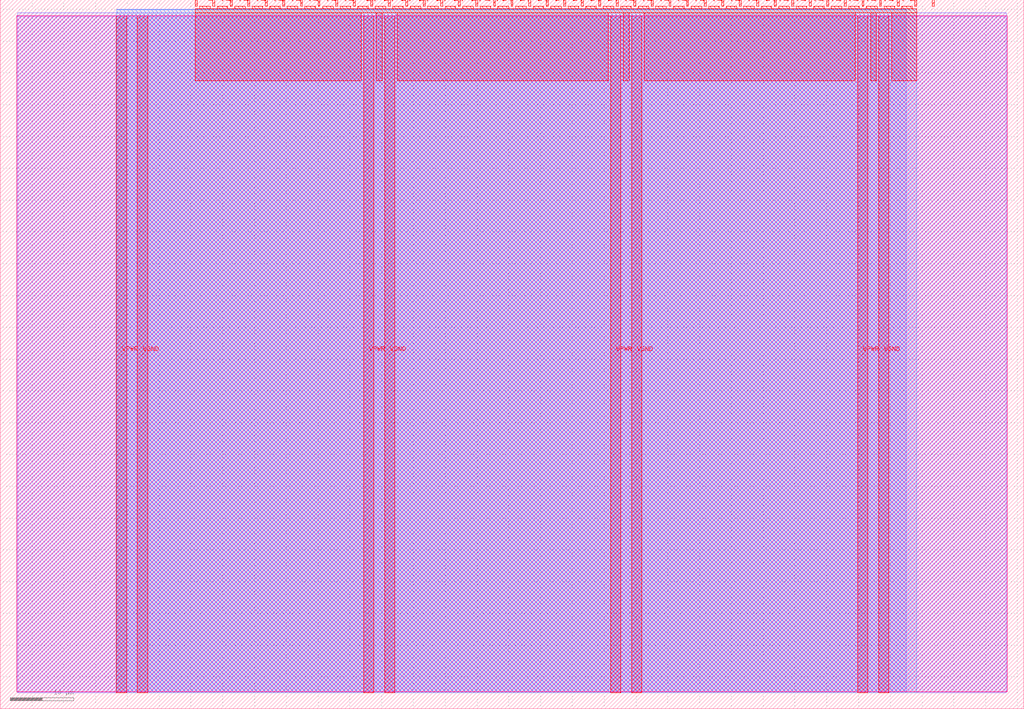
<source format=lef>
VERSION 5.7 ;
  NOWIREEXTENSIONATPIN ON ;
  DIVIDERCHAR "/" ;
  BUSBITCHARS "[]" ;
MACRO tt_um_wokwi_441835796137492481
  CLASS BLOCK ;
  FOREIGN tt_um_wokwi_441835796137492481 ;
  ORIGIN 0.000 0.000 ;
  SIZE 161.000 BY 111.520 ;
  PIN VGND
    DIRECTION INOUT ;
    USE GROUND ;
    PORT
      LAYER met4 ;
        RECT 21.580 2.480 23.180 109.040 ;
    END
    PORT
      LAYER met4 ;
        RECT 60.450 2.480 62.050 109.040 ;
    END
    PORT
      LAYER met4 ;
        RECT 99.320 2.480 100.920 109.040 ;
    END
    PORT
      LAYER met4 ;
        RECT 138.190 2.480 139.790 109.040 ;
    END
  END VGND
  PIN VPWR
    DIRECTION INOUT ;
    USE POWER ;
    PORT
      LAYER met4 ;
        RECT 18.280 2.480 19.880 109.040 ;
    END
    PORT
      LAYER met4 ;
        RECT 57.150 2.480 58.750 109.040 ;
    END
    PORT
      LAYER met4 ;
        RECT 96.020 2.480 97.620 109.040 ;
    END
    PORT
      LAYER met4 ;
        RECT 134.890 2.480 136.490 109.040 ;
    END
  END VPWR
  PIN clk
    DIRECTION INPUT ;
    USE SIGNAL ;
    ANTENNAGATEAREA 0.852000 ;
    PORT
      LAYER met4 ;
        RECT 143.830 110.520 144.130 111.520 ;
    END
  END clk
  PIN ena
    DIRECTION INPUT ;
    USE SIGNAL ;
    PORT
      LAYER met4 ;
        RECT 146.590 110.520 146.890 111.520 ;
    END
  END ena
  PIN rst_n
    DIRECTION INPUT ;
    USE SIGNAL ;
    ANTENNAGATEAREA 0.196500 ;
    PORT
      LAYER met4 ;
        RECT 141.070 110.520 141.370 111.520 ;
    END
  END rst_n
  PIN ui_in[0]
    DIRECTION INPUT ;
    USE SIGNAL ;
    ANTENNAGATEAREA 0.159000 ;
    PORT
      LAYER met4 ;
        RECT 138.310 110.520 138.610 111.520 ;
    END
  END ui_in[0]
  PIN ui_in[1]
    DIRECTION INPUT ;
    USE SIGNAL ;
    ANTENNAGATEAREA 0.196500 ;
    PORT
      LAYER met4 ;
        RECT 135.550 110.520 135.850 111.520 ;
    END
  END ui_in[1]
  PIN ui_in[2]
    DIRECTION INPUT ;
    USE SIGNAL ;
    ANTENNAGATEAREA 0.196500 ;
    PORT
      LAYER met4 ;
        RECT 132.790 110.520 133.090 111.520 ;
    END
  END ui_in[2]
  PIN ui_in[3]
    DIRECTION INPUT ;
    USE SIGNAL ;
    ANTENNAGATEAREA 0.159000 ;
    PORT
      LAYER met4 ;
        RECT 130.030 110.520 130.330 111.520 ;
    END
  END ui_in[3]
  PIN ui_in[4]
    DIRECTION INPUT ;
    USE SIGNAL ;
    PORT
      LAYER met4 ;
        RECT 127.270 110.520 127.570 111.520 ;
    END
  END ui_in[4]
  PIN ui_in[5]
    DIRECTION INPUT ;
    USE SIGNAL ;
    ANTENNAGATEAREA 0.159000 ;
    PORT
      LAYER met4 ;
        RECT 124.510 110.520 124.810 111.520 ;
    END
  END ui_in[5]
  PIN ui_in[6]
    DIRECTION INPUT ;
    USE SIGNAL ;
    ANTENNAGATEAREA 0.196500 ;
    PORT
      LAYER met4 ;
        RECT 121.750 110.520 122.050 111.520 ;
    END
  END ui_in[6]
  PIN ui_in[7]
    DIRECTION INPUT ;
    USE SIGNAL ;
    ANTENNAGATEAREA 0.159000 ;
    PORT
      LAYER met4 ;
        RECT 118.990 110.520 119.290 111.520 ;
    END
  END ui_in[7]
  PIN uio_in[0]
    DIRECTION INPUT ;
    USE SIGNAL ;
    PORT
      LAYER met4 ;
        RECT 116.230 110.520 116.530 111.520 ;
    END
  END uio_in[0]
  PIN uio_in[1]
    DIRECTION INPUT ;
    USE SIGNAL ;
    PORT
      LAYER met4 ;
        RECT 113.470 110.520 113.770 111.520 ;
    END
  END uio_in[1]
  PIN uio_in[2]
    DIRECTION INPUT ;
    USE SIGNAL ;
    PORT
      LAYER met4 ;
        RECT 110.710 110.520 111.010 111.520 ;
    END
  END uio_in[2]
  PIN uio_in[3]
    DIRECTION INPUT ;
    USE SIGNAL ;
    PORT
      LAYER met4 ;
        RECT 107.950 110.520 108.250 111.520 ;
    END
  END uio_in[3]
  PIN uio_in[4]
    DIRECTION INPUT ;
    USE SIGNAL ;
    PORT
      LAYER met4 ;
        RECT 105.190 110.520 105.490 111.520 ;
    END
  END uio_in[4]
  PIN uio_in[5]
    DIRECTION INPUT ;
    USE SIGNAL ;
    PORT
      LAYER met4 ;
        RECT 102.430 110.520 102.730 111.520 ;
    END
  END uio_in[5]
  PIN uio_in[6]
    DIRECTION INPUT ;
    USE SIGNAL ;
    PORT
      LAYER met4 ;
        RECT 99.670 110.520 99.970 111.520 ;
    END
  END uio_in[6]
  PIN uio_in[7]
    DIRECTION INPUT ;
    USE SIGNAL ;
    PORT
      LAYER met4 ;
        RECT 96.910 110.520 97.210 111.520 ;
    END
  END uio_in[7]
  PIN uio_oe[0]
    DIRECTION OUTPUT ;
    USE SIGNAL ;
    PORT
      LAYER met4 ;
        RECT 49.990 110.520 50.290 111.520 ;
    END
  END uio_oe[0]
  PIN uio_oe[1]
    DIRECTION OUTPUT ;
    USE SIGNAL ;
    PORT
      LAYER met4 ;
        RECT 47.230 110.520 47.530 111.520 ;
    END
  END uio_oe[1]
  PIN uio_oe[2]
    DIRECTION OUTPUT ;
    USE SIGNAL ;
    PORT
      LAYER met4 ;
        RECT 44.470 110.520 44.770 111.520 ;
    END
  END uio_oe[2]
  PIN uio_oe[3]
    DIRECTION OUTPUT ;
    USE SIGNAL ;
    PORT
      LAYER met4 ;
        RECT 41.710 110.520 42.010 111.520 ;
    END
  END uio_oe[3]
  PIN uio_oe[4]
    DIRECTION OUTPUT ;
    USE SIGNAL ;
    PORT
      LAYER met4 ;
        RECT 38.950 110.520 39.250 111.520 ;
    END
  END uio_oe[4]
  PIN uio_oe[5]
    DIRECTION OUTPUT ;
    USE SIGNAL ;
    PORT
      LAYER met4 ;
        RECT 36.190 110.520 36.490 111.520 ;
    END
  END uio_oe[5]
  PIN uio_oe[6]
    DIRECTION OUTPUT ;
    USE SIGNAL ;
    PORT
      LAYER met4 ;
        RECT 33.430 110.520 33.730 111.520 ;
    END
  END uio_oe[6]
  PIN uio_oe[7]
    DIRECTION OUTPUT ;
    USE SIGNAL ;
    PORT
      LAYER met4 ;
        RECT 30.670 110.520 30.970 111.520 ;
    END
  END uio_oe[7]
  PIN uio_out[0]
    DIRECTION OUTPUT ;
    USE SIGNAL ;
    PORT
      LAYER met4 ;
        RECT 72.070 110.520 72.370 111.520 ;
    END
  END uio_out[0]
  PIN uio_out[1]
    DIRECTION OUTPUT ;
    USE SIGNAL ;
    PORT
      LAYER met4 ;
        RECT 69.310 110.520 69.610 111.520 ;
    END
  END uio_out[1]
  PIN uio_out[2]
    DIRECTION OUTPUT ;
    USE SIGNAL ;
    PORT
      LAYER met4 ;
        RECT 66.550 110.520 66.850 111.520 ;
    END
  END uio_out[2]
  PIN uio_out[3]
    DIRECTION OUTPUT ;
    USE SIGNAL ;
    PORT
      LAYER met4 ;
        RECT 63.790 110.520 64.090 111.520 ;
    END
  END uio_out[3]
  PIN uio_out[4]
    DIRECTION OUTPUT ;
    USE SIGNAL ;
    PORT
      LAYER met4 ;
        RECT 61.030 110.520 61.330 111.520 ;
    END
  END uio_out[4]
  PIN uio_out[5]
    DIRECTION OUTPUT ;
    USE SIGNAL ;
    PORT
      LAYER met4 ;
        RECT 58.270 110.520 58.570 111.520 ;
    END
  END uio_out[5]
  PIN uio_out[6]
    DIRECTION OUTPUT ;
    USE SIGNAL ;
    PORT
      LAYER met4 ;
        RECT 55.510 110.520 55.810 111.520 ;
    END
  END uio_out[6]
  PIN uio_out[7]
    DIRECTION OUTPUT ;
    USE SIGNAL ;
    PORT
      LAYER met4 ;
        RECT 52.750 110.520 53.050 111.520 ;
    END
  END uio_out[7]
  PIN uo_out[0]
    DIRECTION OUTPUT ;
    USE SIGNAL ;
    ANTENNADIFFAREA 0.445500 ;
    PORT
      LAYER met4 ;
        RECT 94.150 110.520 94.450 111.520 ;
    END
  END uo_out[0]
  PIN uo_out[1]
    DIRECTION OUTPUT ;
    USE SIGNAL ;
    ANTENNADIFFAREA 0.445500 ;
    PORT
      LAYER met4 ;
        RECT 91.390 110.520 91.690 111.520 ;
    END
  END uo_out[1]
  PIN uo_out[2]
    DIRECTION OUTPUT ;
    USE SIGNAL ;
    ANTENNADIFFAREA 0.445500 ;
    PORT
      LAYER met4 ;
        RECT 88.630 110.520 88.930 111.520 ;
    END
  END uo_out[2]
  PIN uo_out[3]
    DIRECTION OUTPUT ;
    USE SIGNAL ;
    ANTENNADIFFAREA 0.445500 ;
    PORT
      LAYER met4 ;
        RECT 85.870 110.520 86.170 111.520 ;
    END
  END uo_out[3]
  PIN uo_out[4]
    DIRECTION OUTPUT ;
    USE SIGNAL ;
    ANTENNADIFFAREA 0.445500 ;
    PORT
      LAYER met4 ;
        RECT 83.110 110.520 83.410 111.520 ;
    END
  END uo_out[4]
  PIN uo_out[5]
    DIRECTION OUTPUT ;
    USE SIGNAL ;
    ANTENNADIFFAREA 0.445500 ;
    PORT
      LAYER met4 ;
        RECT 80.350 110.520 80.650 111.520 ;
    END
  END uo_out[5]
  PIN uo_out[6]
    DIRECTION OUTPUT ;
    USE SIGNAL ;
    ANTENNADIFFAREA 0.445500 ;
    PORT
      LAYER met4 ;
        RECT 77.590 110.520 77.890 111.520 ;
    END
  END uo_out[6]
  PIN uo_out[7]
    DIRECTION OUTPUT ;
    USE SIGNAL ;
    ANTENNADIFFAREA 0.445500 ;
    PORT
      LAYER met4 ;
        RECT 74.830 110.520 75.130 111.520 ;
    END
  END uo_out[7]
  OBS
      LAYER nwell ;
        RECT 2.570 2.635 158.430 108.990 ;
      LAYER li1 ;
        RECT 2.760 2.635 158.240 108.885 ;
      LAYER met1 ;
        RECT 2.760 2.480 158.240 109.440 ;
      LAYER met2 ;
        RECT 18.310 2.535 142.510 110.005 ;
      LAYER met3 ;
        RECT 18.290 2.555 144.170 109.985 ;
      LAYER met4 ;
        RECT 31.370 110.120 33.030 110.520 ;
        RECT 34.130 110.120 35.790 110.520 ;
        RECT 36.890 110.120 38.550 110.520 ;
        RECT 39.650 110.120 41.310 110.520 ;
        RECT 42.410 110.120 44.070 110.520 ;
        RECT 45.170 110.120 46.830 110.520 ;
        RECT 47.930 110.120 49.590 110.520 ;
        RECT 50.690 110.120 52.350 110.520 ;
        RECT 53.450 110.120 55.110 110.520 ;
        RECT 56.210 110.120 57.870 110.520 ;
        RECT 58.970 110.120 60.630 110.520 ;
        RECT 61.730 110.120 63.390 110.520 ;
        RECT 64.490 110.120 66.150 110.520 ;
        RECT 67.250 110.120 68.910 110.520 ;
        RECT 70.010 110.120 71.670 110.520 ;
        RECT 72.770 110.120 74.430 110.520 ;
        RECT 75.530 110.120 77.190 110.520 ;
        RECT 78.290 110.120 79.950 110.520 ;
        RECT 81.050 110.120 82.710 110.520 ;
        RECT 83.810 110.120 85.470 110.520 ;
        RECT 86.570 110.120 88.230 110.520 ;
        RECT 89.330 110.120 90.990 110.520 ;
        RECT 92.090 110.120 93.750 110.520 ;
        RECT 94.850 110.120 96.510 110.520 ;
        RECT 97.610 110.120 99.270 110.520 ;
        RECT 100.370 110.120 102.030 110.520 ;
        RECT 103.130 110.120 104.790 110.520 ;
        RECT 105.890 110.120 107.550 110.520 ;
        RECT 108.650 110.120 110.310 110.520 ;
        RECT 111.410 110.120 113.070 110.520 ;
        RECT 114.170 110.120 115.830 110.520 ;
        RECT 116.930 110.120 118.590 110.520 ;
        RECT 119.690 110.120 121.350 110.520 ;
        RECT 122.450 110.120 124.110 110.520 ;
        RECT 125.210 110.120 126.870 110.520 ;
        RECT 127.970 110.120 129.630 110.520 ;
        RECT 130.730 110.120 132.390 110.520 ;
        RECT 133.490 110.120 135.150 110.520 ;
        RECT 136.250 110.120 137.910 110.520 ;
        RECT 139.010 110.120 140.670 110.520 ;
        RECT 141.770 110.120 143.430 110.520 ;
        RECT 30.655 109.440 144.145 110.120 ;
        RECT 30.655 98.775 56.750 109.440 ;
        RECT 59.150 98.775 60.050 109.440 ;
        RECT 62.450 98.775 95.620 109.440 ;
        RECT 98.020 98.775 98.920 109.440 ;
        RECT 101.320 98.775 134.490 109.440 ;
        RECT 136.890 98.775 137.790 109.440 ;
        RECT 140.190 98.775 144.145 109.440 ;
  END
END tt_um_wokwi_441835796137492481
END LIBRARY


</source>
